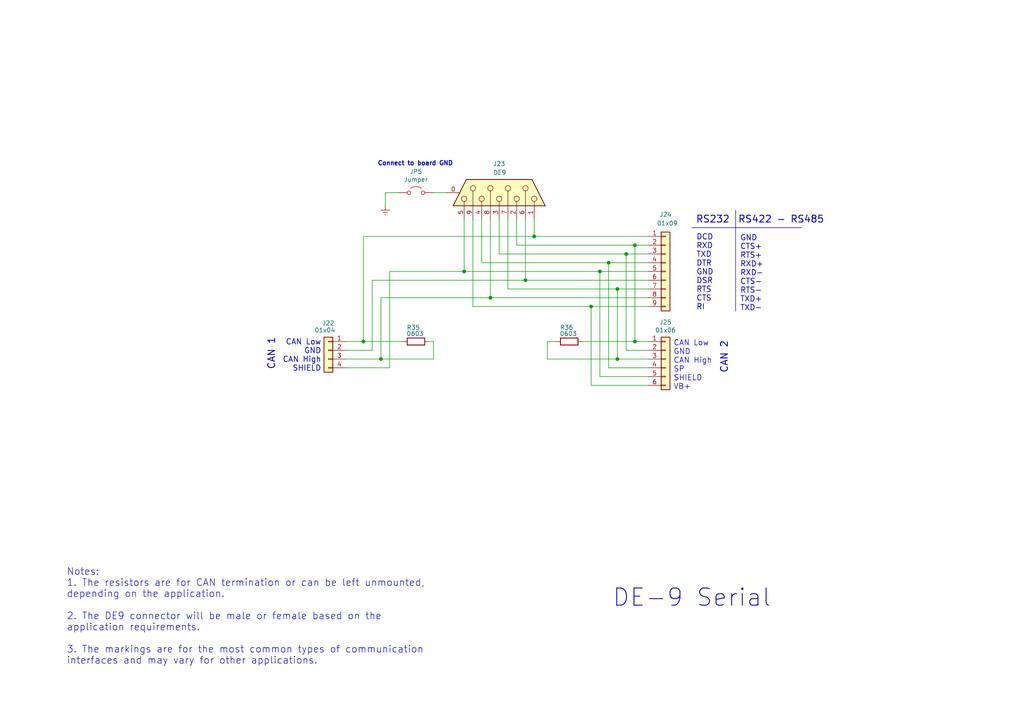
<source format=kicad_sch>
(kicad_sch (version 20231120) (generator "eeschema") (generator_version "8.0")
  (paper "A4")
  (title_block (title "ProtoConn Schematics") (date "2024-12-01") (rev "1") (company "@pakequis"))
  (lib_symbols
    (symbol "Connector:DE9_Receptacle_MountingHoles" (pin_names (offset 1.016) hide)
      (property "Reference" "J" (at 0 16.51 0))
      (property "Value" "DE9_Receptacle_MountingHoles" (at 0 14.605 0))
      (symbol "DE9_Receptacle_MountingHoles_0_1"
        (circle (center -1.778 -10.16) (radius 0.762))
        (circle (center -1.778 -5.08) (radius 0.762))
        (circle (center -1.778 0) (radius 0.762))
        (circle (center -1.778 5.08) (radius 0.762))
        (circle (center -1.778 10.16) (radius 0.762))
        (polyline (pts (xy -3.81 -10.16) (xy -2.54 -10.16)))
        (polyline (pts (xy -3.81 -7.62) (xy 0.508 -7.62)))
        (polyline (pts (xy -3.81 -5.08) (xy -2.54 -5.08)))
        (polyline (pts (xy -3.81 -2.54) (xy 0.508 -2.54)))
        (polyline (pts (xy -3.81 0) (xy -2.54 0)))
        (polyline (pts (xy -3.81 2.54) (xy 0.508 2.54)))
        (polyline (pts (xy -3.81 5.08) (xy -2.54 5.08)))
        (polyline (pts (xy -3.81 7.62) (xy 0.508 7.62)))
        (polyline (pts (xy -3.81 10.16) (xy -2.54 10.16)))
        (polyline (pts (xy -3.81 13.335) (xy -3.81 -13.335) (xy 3.81 -9.525) (xy 3.81 9.525) (xy -3.81 13.335)) (stroke (width 0.254)) (fill (type background)))
        (circle (center 1.27 -7.62) (radius 0.762))
        (circle (center 1.27 -2.54) (radius 0.762))
        (circle (center 1.27 2.54) (radius 0.762))
        (circle (center 1.27 7.62) (radius 0.762))
      )
      (symbol "DE9_Receptacle_MountingHoles_1_1"
        (pin passive line (at 0 -15.24 90) (length 3.81) (name "PAD") (number "0"))
        (pin passive line (at -7.62 10.16 0) (length 3.81) (name "1") (number "1"))
        (pin passive line (at -7.62 5.08 0) (length 3.81) (name "2") (number "2"))
        (pin passive line (at -7.62 0 0) (length 3.81) (name "3") (number "3"))
        (pin passive line (at -7.62 -5.08 0) (length 3.81) (name "4") (number "4"))
        (pin passive line (at -7.62 -10.16 0) (length 3.81) (name "5") (number "5"))
        (pin passive line (at -7.62 7.62 0) (length 3.81) (name "6") (number "6"))
        (pin passive line (at -7.62 2.54 0) (length 3.81) (name "7") (number "7"))
        (pin passive line (at -7.62 -2.54 0) (length 3.81) (name "8") (number "8"))
        (pin passive line (at -7.62 -7.62 0) (length 3.81) (name "9") (number "9"))
      )
    )
    (symbol "Connector_Generic:Conn_01x04" (pin_names (offset 1.016) hide)
      (property "Reference" "J" (at 0 5.08 0))
      (property "Value" "Conn_01x04" (at 0 -7.62 0))
      (symbol "Conn_01x04_1_1"
        (rectangle (start -1.27 -4.953) (end 0 -5.207) (stroke (width 0.1524)))
        (rectangle (start -1.27 -2.413) (end 0 -2.667) (stroke (width 0.1524)))
        (rectangle (start -1.27 0.127) (end 0 -0.127) (stroke (width 0.1524)))
        (rectangle (start -1.27 2.667) (end 0 2.413) (stroke (width 0.1524)))
        (rectangle (start -1.27 3.81) (end 1.27 -6.35) (stroke (width 0.254)) (fill (type background)))
        (pin passive line (at -5.08 2.54 0) (length 3.81) (name "Pin_1") (number "1"))
        (pin passive line (at -5.08 0 0) (length 3.81) (name "Pin_2") (number "2"))
        (pin passive line (at -5.08 -2.54 0) (length 3.81) (name "Pin_3") (number "3"))
        (pin passive line (at -5.08 -5.08 0) (length 3.81) (name "Pin_4") (number "4"))
      )
    )
    (symbol "Connector_Generic:Conn_01x06" (pin_names (offset 1.016) hide)
      (property "Reference" "J" (at 0 7.62 0))
      (property "Value" "Conn_01x06" (at 0 -10.16 0))
      (symbol "Conn_01x06_1_1"
        (rectangle (start -1.27 -7.493) (end 0 -7.747) (stroke (width 0.1524)))
        (rectangle (start -1.27 -4.953) (end 0 -5.207) (stroke (width 0.1524)))
        (rectangle (start -1.27 -2.413) (end 0 -2.667) (stroke (width 0.1524)))
        (rectangle (start -1.27 0.127) (end 0 -0.127) (stroke (width 0.1524)))
        (rectangle (start -1.27 2.667) (end 0 2.413) (stroke (width 0.1524)))
        (rectangle (start -1.27 5.207) (end 0 4.953) (stroke (width 0.1524)))
        (rectangle (start -1.27 6.35) (end 1.27 -8.89) (stroke (width 0.254)) (fill (type background)))
        (pin passive line (at -5.08 5.08 0) (length 3.81) (name "Pin_1") (number "1"))
        (pin passive line (at -5.08 2.54 0) (length 3.81) (name "Pin_2") (number "2"))
        (pin passive line (at -5.08 0 0) (length 3.81) (name "Pin_3") (number "3"))
        (pin passive line (at -5.08 -2.54 0) (length 3.81) (name "Pin_4") (number "4"))
        (pin passive line (at -5.08 -5.08 0) (length 3.81) (name "Pin_5") (number "5"))
        (pin passive line (at -5.08 -7.62 0) (length 3.81) (name "Pin_6") (number "6"))
      )
    )
    (symbol "Connector_Generic:Conn_01x09" (pin_names (offset 1.016) hide)
      (property "Reference" "J" (at 0 12.7 0))
      (property "Value" "Conn_01x09" (at 0 -12.7 0))
      (symbol "Conn_01x09_1_1"
        (rectangle (start -1.27 -10.033) (end 0 -10.287) (stroke (width 0.1524)))
        (rectangle (start -1.27 -7.493) (end 0 -7.747) (stroke (width 0.1524)))
        (rectangle (start -1.27 -4.953) (end 0 -5.207) (stroke (width 0.1524)))
        (rectangle (start -1.27 -2.413) (end 0 -2.667) (stroke (width 0.1524)))
        (rectangle (start -1.27 0.127) (end 0 -0.127) (stroke (width 0.1524)))
        (rectangle (start -1.27 2.667) (end 0 2.413) (stroke (width 0.1524)))
        (rectangle (start -1.27 5.207) (end 0 4.953) (stroke (width 0.1524)))
        (rectangle (start -1.27 7.747) (end 0 7.493) (stroke (width 0.1524)))
        (rectangle (start -1.27 10.287) (end 0 10.033) (stroke (width 0.1524)))
        (rectangle (start -1.27 11.43) (end 1.27 -11.43) (stroke (width 0.254)) (fill (type background)))
        (pin passive line (at -5.08 10.16 0) (length 3.81) (name "Pin_1") (number "1"))
        (pin passive line (at -5.08 7.62 0) (length 3.81) (name "Pin_2") (number "2"))
        (pin passive line (at -5.08 5.08 0) (length 3.81) (name "Pin_3") (number "3"))
        (pin passive line (at -5.08 2.54 0) (length 3.81) (name "Pin_4") (number "4"))
        (pin passive line (at -5.08 0 0) (length 3.81) (name "Pin_5") (number "5"))
        (pin passive line (at -5.08 -2.54 0) (length 3.81) (name "Pin_6") (number "6"))
        (pin passive line (at -5.08 -5.08 0) (length 3.81) (name "Pin_7") (number "7"))
        (pin passive line (at -5.08 -7.62 0) (length 3.81) (name "Pin_8") (number "8"))
        (pin passive line (at -5.08 -10.16 0) (length 3.81) (name "Pin_9") (number "9"))
      )
    )
    (symbol "Device:R" (pin_numbers hide) (pin_names (offset 0))
      (property "Reference" "R" (at 2.032 0 90))
      (property "Value" "R" (at 0 0 90))
      (symbol "R_0_1"
        (rectangle (start -1.016 -2.54) (end 1.016 2.54) (stroke (width 0.254)))
      )
      (symbol "R_1_1"
        (pin passive line (at 0 3.81 270) (length 1.27) (name "~") (number "1"))
        (pin passive line (at 0 -3.81 90) (length 1.27) (name "~") (number "2"))
      )
    )
    (symbol "Jumper:Jumper_2_Open" (pin_numbers hide) (pin_names (offset 0) hide) (exclude_from_sim yes)
      (property "Reference" "JP" (at 0 2.794 0))
      (property "Value" "Jumper_2_Open" (at 0 -2.286 0))
      (symbol "Jumper_2_Open_0_0"
        (circle (center -2.032 0) (radius 0.508))
        (circle (center 2.032 0) (radius 0.508))
      )
      (symbol "Jumper_2_Open_0_1"
        (arc (start 1.524 1.27) (mid 0 1.778) (end -1.524 1.27))
      )
      (symbol "Jumper_2_Open_1_1"
        (pin passive line (at -5.08 0 0) (length 2.54) (name "A") (number "1"))
        (pin passive line (at 5.08 0 180) (length 2.54) (name "B") (number "2"))
      )
    )
    (symbol "power:GNDREF" (power) (pin_numbers hide) (pin_names (offset 0) hide)
      (property "Value" "GNDREF" (at 0 -3.81 0))
      (symbol "GNDREF_0_1"
        (polyline (pts (xy -0.635 -1.905) (xy 0.635 -1.905)))
        (polyline (pts (xy -0.127 -2.54) (xy 0.127 -2.54)))
        (polyline (pts (xy 0 -1.27) (xy 0 0)))
        (polyline (pts (xy 1.27 -1.27) (xy -1.27 -1.27)))
      )
      (symbol "GNDREF_1_1"
        (pin power_in line (at 0 0 270) (length 0) (name "~") (number "1"))
      )
    )
  )
  (junction (at 181.61 73.66))
  (junction (at 173.99 78.74))
  (junction (at 142.24 86.36))
  (junction (at 154.94 68.58))
  (junction (at 184.15 99.06))
  (junction (at 110.49 104.14))
  (junction (at 134.62 78.74))
  (junction (at 176.53 76.2))
  (junction (at 152.4 81.28))
  (junction (at 184.15 71.12))
  (junction (at 179.07 83.82))
  (junction (at 179.07 104.14))
  (junction (at 105.41 99.06))
  (junction (at 171.45 88.9))
  (wire (pts (xy 154.94 63.5) (xy 154.94 68.58)))
  (wire (pts (xy 144.78 63.5) (xy 144.78 73.66)))
  (wire (pts (xy 168.91 99.06) (xy 184.15 99.06)))
  (wire (pts (xy 110.49 104.14) (xy 110.49 86.36)))
  (wire (pts (xy 134.62 78.74) (xy 173.99 78.74)))
  (wire (pts (xy 181.61 73.66) (xy 187.96 73.66)))
  (polyline (pts (xy 213.36 60.96) (xy 213.36 90.17)))
  (wire (pts (xy 100.33 106.68) (xy 113.03 106.68)))
  (wire (pts (xy 105.41 68.58) (xy 154.94 68.58)))
  (wire (pts (xy 100.33 104.14) (xy 110.49 104.14)))
  (wire (pts (xy 100.33 99.06) (xy 105.41 99.06)))
  (wire (pts (xy 187.96 106.68) (xy 176.53 106.68)))
  (wire (pts (xy 152.4 63.5) (xy 152.4 81.28)))
  (wire (pts (xy 147.32 83.82) (xy 179.07 83.82)))
  (wire (pts (xy 125.73 104.14) (xy 125.73 99.06)))
  (wire (pts (xy 187.96 109.22) (xy 173.99 109.22)))
  (wire (pts (xy 107.95 101.6) (xy 107.95 81.28)))
  (wire (pts (xy 113.03 106.68) (xy 113.03 78.74)))
  (wire (pts (xy 184.15 99.06) (xy 184.15 71.12)))
  (wire (pts (xy 171.45 111.76) (xy 171.45 88.9)))
  (wire (pts (xy 142.24 63.5) (xy 142.24 86.36)))
  (wire (pts (xy 137.16 88.9) (xy 171.45 88.9)))
  (polyline (pts (xy 200.66 66.04) (xy 232.41 66.04)))
  (wire (pts (xy 173.99 78.74) (xy 187.96 78.74)))
  (wire (pts (xy 154.94 68.58) (xy 187.96 68.58)))
  (wire (pts (xy 187.96 101.6) (xy 181.61 101.6)))
  (wire (pts (xy 110.49 104.14) (xy 125.73 104.14)))
  (wire (pts (xy 158.75 104.14) (xy 179.07 104.14)))
  (wire (pts (xy 110.49 86.36) (xy 142.24 86.36)))
  (wire (pts (xy 100.33 101.6) (xy 107.95 101.6)))
  (wire (pts (xy 179.07 83.82) (xy 187.96 83.82)))
  (wire (pts (xy 111.76 55.88) (xy 115.57 55.88)))
  (wire (pts (xy 158.75 104.14) (xy 158.75 99.06)))
  (wire (pts (xy 179.07 104.14) (xy 179.07 83.82)))
  (wire (pts (xy 187.96 99.06) (xy 184.15 99.06)))
  (wire (pts (xy 176.53 76.2) (xy 187.96 76.2)))
  (wire (pts (xy 139.7 63.5) (xy 139.7 76.2)))
  (wire (pts (xy 147.32 63.5) (xy 147.32 83.82)))
  (wire (pts (xy 152.4 81.28) (xy 187.96 81.28)))
  (wire (pts (xy 171.45 88.9) (xy 187.96 88.9)))
  (wire (pts (xy 125.73 55.88) (xy 129.54 55.88)))
  (wire (pts (xy 184.15 71.12) (xy 187.96 71.12)))
  (wire (pts (xy 187.96 111.76) (xy 171.45 111.76)))
  (wire (pts (xy 181.61 101.6) (xy 181.61 73.66)))
  (wire (pts (xy 158.75 99.06) (xy 161.29 99.06)))
  (wire (pts (xy 105.41 99.06) (xy 105.41 68.58)))
  (wire (pts (xy 105.41 99.06) (xy 116.84 99.06)))
  (wire (pts (xy 113.03 78.74) (xy 134.62 78.74)))
  (wire (pts (xy 149.86 63.5) (xy 149.86 71.12)))
  (wire (pts (xy 125.73 99.06) (xy 124.46 99.06)))
  (wire (pts (xy 142.24 86.36) (xy 187.96 86.36)))
  (wire (pts (xy 173.99 109.22) (xy 173.99 78.74)))
  (wire (pts (xy 144.78 73.66) (xy 181.61 73.66)))
  (wire (pts (xy 187.96 104.14) (xy 179.07 104.14)))
  (wire (pts (xy 111.76 55.88) (xy 111.76 59.69)))
  (wire (pts (xy 176.53 106.68) (xy 176.53 76.2)))
  (wire (pts (xy 134.62 63.5) (xy 134.62 78.74)))
  (wire (pts (xy 139.7 76.2) (xy 176.53 76.2)))
  (wire (pts (xy 149.86 71.12) (xy 184.15 71.12)))
  (wire (pts (xy 107.95 81.28) (xy 152.4 81.28)))
  (wire (pts (xy 137.16 63.5) (xy 137.16 88.9)))
  (text "CAN Low\nGND\nCAN High\nSHIELD" (at 93.218 103.124 0) (effects (font (size 1.5748 1.5748) (thickness 0.1969)) (justify right)))
  (text "Notes:\n1. The resistors are for CAN termination or can be left unmounted, \ndepending on the application.\n\n2. The DE9 connector will be male or female based on the \napplication requirements.\n\n3. The markings are for the most common types of communication \ninterfaces and may vary for other applications." (at 19.304 178.816 0) (effects (font (size 2 2)) (justify left)))
  (text "GND\nCTS+\nRTS+\nRXD+\nRXD-\nCTS-\nRTS-\nTXD+\nTXD-" (at 214.63 79.248 0) (effects (font (size 1.5748 1.5748) (thickness 0.1969)) (justify left)))
  (text "RS422 - RS485" (at 226.568 63.754 0) (effects (font (size 2 2) (thickness 0.254) (bold yes))))
  (text "RS232" (at 206.756 63.754 0) (effects (font (size 2 2) (thickness 0.254) (bold yes))))
  (text "DCD\nRXD\nTXD\nDTR\nGND\nDSR\nRTS\nCTS\nRI" (at 201.93 78.994 0) (effects (font (size 1.5748 1.5748) (thickness 0.1969)) (justify left)))
  (text "Connect to board GND" (at 109.474 47.498 0) (effects (font (size 1.27 1.27) (thickness 0.254) (bold yes)) (justify left)))
  (text "CAN Low\nGND\nCAN High\nSP\nSHIELD\nVB+" (at 195.326 105.918 0) (effects (font (size 1.5748 1.5748) (thickness 0.1588)) (justify left)))
  (text "CAN 1" (at 78.74 102.616 90) (effects (font (size 2 2) (thickness 0.254) (bold yes))))
  (text "DE-9 Serial" (at 200.66 173.482 0) (effects (font (size 5 5) (thickness 0.254) (bold yes))))
  (text "CAN 2" (at 210.058 103.632 90) (effects (font (size 2 2) (thickness 0.254) (bold yes))))
  (symbol (lib_id "Connector_Generic:Conn_01x09") (at 193.04 78.74 0) (unit 1)
    (property "Reference" "J24" (at 193.04 62.23 0))
    (property "Value" "01x09" (at 193.548 64.77 0))
    (property "Footprint" "Connector_PinHeader_2.54mm:PinHeader_1x09_P2.54mm_Vertical" (effects (hide yes)))
    (property "Description" "Generic connector, single row, 01x09, script generated (kicad-library-utils/schlib/autogen/connector/)" (effects (hide yes)))
  )
  (symbol (lib_id "Connector_Generic:Conn_01x04") (at 95.25 101.6 0) (mirror y) (unit 1)
    (property "Reference" "J22" (at 97.028 93.726 0) (effects (justify left)))
    (property "Value" "01x04" (at 97.282 95.758 0) (effects (justify left)))
    (property "Footprint" "Connector_PinHeader_2.54mm:PinHeader_1x04_P2.54mm_Vertical" (effects (hide yes)))
    (property "Description" "Generic connector, single row, 01x04, script generated (kicad-library-utils/schlib/autogen/connector/)" (effects (hide yes)))
  )
  (symbol (lib_id "Device:R") (at 120.65 99.06 270) (mirror x) (unit 1)
    (property "Reference" "R35" (at 119.888 94.996 90))
    (property "Value" "0603" (at 120.396 96.774 90))
    (property "Footprint" "Resistor_SMD:R_0603_1608Metric_Pad0.98x0.95mm_HandSolder" (effects (hide yes)))
    (property "Description" "Resistor" (effects (hide yes)))
  )
  (symbol (lib_id "power:GNDREF") (at 111.76 59.69 0) (unit 1)
    (property "Reference" "#PWR05" (effects (hide yes)))
    (property "Value" "GNDREF" (effects (hide yes)))
    (property "Description" "Power symbol creates a global label with name \"GNDREF\" , reference supply ground" (effects (hide yes)))
  )
  (symbol (lib_id "Jumper:Jumper_2_Open") (at 120.65 55.88 0) (unit 1) (exclude_from_sim yes)
    (property "Reference" "JP5" (at 120.65 49.784 0))
    (property "Value" "Jumper" (at 120.65 52.07 0))
    (property "Footprint" "Connector_PinHeader_2.54mm:PinHeader_1x02_P2.54mm_Vertical" (effects (hide yes)))
    (property "Description" "Jumper, 2-pole, open" (effects (hide yes)))
  )
  (symbol (lib_id "Connector:DE9_Receptacle_MountingHoles") (at 144.78 55.88 270) (mirror x) (unit 1)
    (property "Reference" "J23" (at 144.78 47.498 90))
    (property "Value" "DE9" (at 143.002 50.038 90) (effects (justify left)))
    (property "Footprint" "Connector_Dsub:DSUB-9_Female_Horizontal_P2.77x2.84mm_EdgePinOffset4.94mm_Housed_MountingHolesOffset7.48mm" (effects (hide yes)))
    (property "Description" "9-pin female receptacle socket D-SUB connector, Mounting Hole" (effects (hide yes)))
  )
  (symbol (lib_id "Device:R") (at 165.1 99.06 90) (unit 1)
    (property "Reference" "R36" (at 164.338 94.996 90))
    (property "Value" "0603" (at 164.846 96.774 90))
    (property "Footprint" "Resistor_SMD:R_0603_1608Metric_Pad0.98x0.95mm_HandSolder" (effects (hide yes)))
    (property "Description" "Resistor" (effects (hide yes)))
  )
  (symbol (lib_id "Connector_Generic:Conn_01x06") (at 193.04 104.14 0) (unit 1)
    (property "Reference" "J25" (at 193.04 93.472 0))
    (property "Value" "01x06" (at 193.04 95.758 0))
    (property "Footprint" "Connector_PinHeader_2.54mm:PinHeader_1x06_P2.54mm_Vertical" (effects (hide yes)))
    (property "Description" "Generic connector, single row, 01x06, script generated (kicad-library-utils/schlib/autogen/connector/)" (effects (hide yes)))
  )
)
</source>
